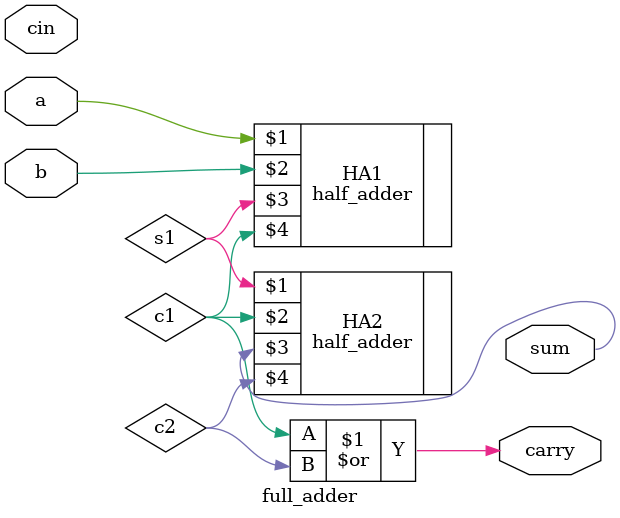
<source format=v>
`timescale 1ns / 1ps


module full_adder(
    input a,b,cin, 
    output carry,sum
    );
    
    wire s1, c1, c2;
    
    half_adder HA1 (a,b,s1,c1);
    half_adder HA2 (s1,c1, sum, c2);
    assign carry = c1 | c2;
endmodule

</source>
